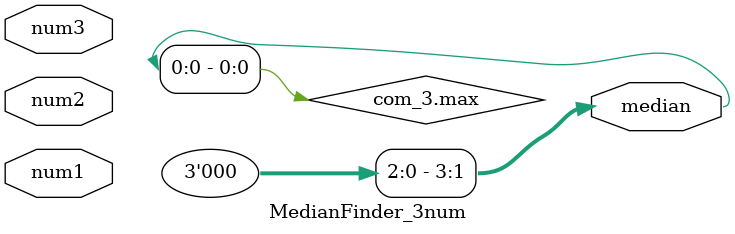
<source format=v>
module MedianFinder_3num(
    input  [3:0]    num1    , 
    input  [3:0]    num2    , 
    input  [3:0]    num3    ,  
    output [3:0]    median  
);

    Comparator2 com_1(
        .A(num1),
        .B(num2),
        .min(),
        .max()
    );

    Comparator2 com_2(
        .A(com_1.max),
        .B(num3),
        .min(),
        .max()
    );
    
    Comparator2 com_3(
        .A(com_1.min),
        .B(com_2.min),
        .min(),
        .max()
    );

    assign median = com_3.max;
endmodule

</source>
